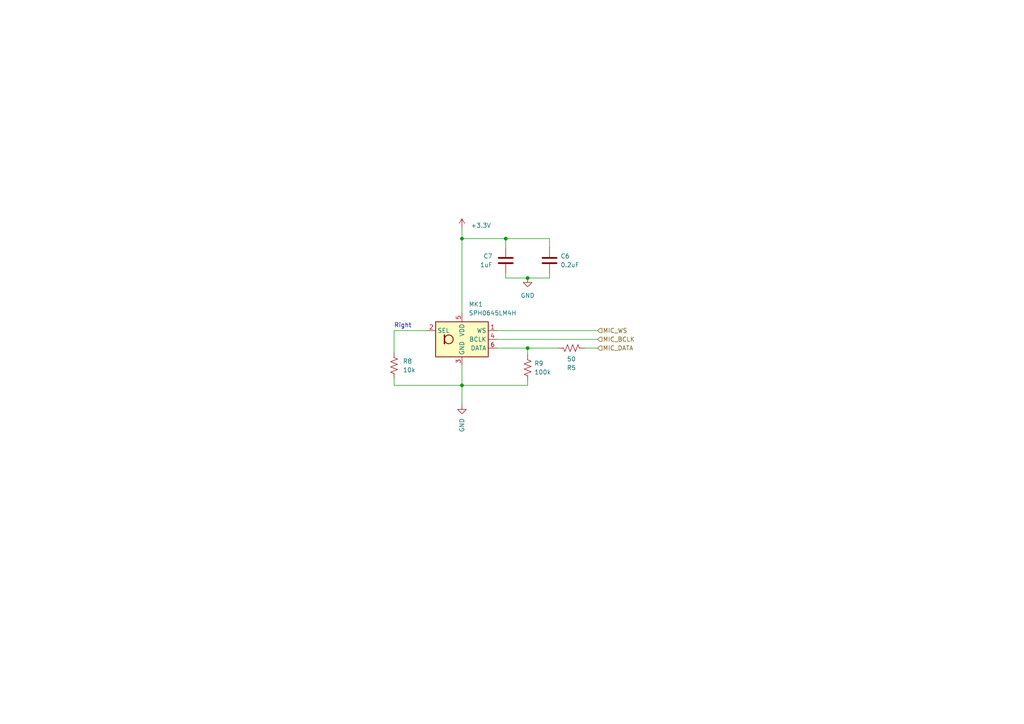
<source format=kicad_sch>
(kicad_sch (version 20230121) (generator eeschema)
  (paper "A4")
  (lib_symbols
    (symbol "Device:C" (pin_numbers hide) (pin_names (offset 0.254))
      (property "Reference" "C" (at 0.635 2.54 0))
      (property "Value" "C" (at 0.635 -2.54 0))
      (symbol "C_0_1"
        (polyline (pts (xy -2.032 -0.762) (xy 2.032 -0.762)) (stroke (width 0.508)))
        (polyline (pts (xy -2.032 0.762) (xy 2.032 0.762)) (stroke (width 0.508)))
      )
      (symbol "C_1_1"
        (pin passive line (at 0 3.81 270) (length 2.794) (name "~") (number "1"))
        (pin passive line (at 0 -3.81 90) (length 2.794) (name "~") (number "2"))
      )
    )
    (symbol "Device:R_US" (pin_numbers hide) (pin_names (offset 0))
      (property "Reference" "R" (at 2.54 0 90))
      (property "Value" "R_US" (at -2.54 0 90))
      (symbol "R_US_0_1"
        (polyline (pts (xy 0 -2.286) (xy 0 -2.54)))
        (polyline (pts (xy 0 2.286) (xy 0 2.54)))
        (polyline (pts (xy 0 -0.762) (xy 1.016 -1.143) (xy 0 -1.524) (xy -1.016 -1.905) (xy 0 -2.286)))
        (polyline (pts (xy 0 0.762) (xy 1.016 0.381) (xy 0 0) (xy -1.016 -0.381) (xy 0 -0.762)))
        (polyline (pts (xy 0 2.286) (xy 1.016 1.905) (xy 0 1.524) (xy -1.016 1.143) (xy 0 0.762)))
      )
      (symbol "R_US_1_1"
        (pin passive line (at 0 3.81 270) (length 1.27) (name "~") (number "1"))
        (pin passive line (at 0 -3.81 90) (length 1.27) (name "~") (number "2"))
      )
    )
    (symbol "Sensor_Audio:SPH0645LM4H"
      (property "Reference" "MK" (at -7.62 6.35 0))
      (property "Value" "SPH0645LM4H" (at 1.27 6.35 0))
      (symbol "SPH0645LM4H_1_1"
        (rectangle (start -7.62 5.08) (end 7.62 -5.08) (stroke (width 0.254)) (fill (type background)))
        (circle (center -3.81 0) (radius 1.27) (stroke (width 0.254)))
        (polyline (pts (xy -5.08 1.27) (xy -5.08 -1.27)) (stroke (width 0.381)))
        (pin input line (at 10.16 2.54 180) (length 2.54) (name "WS") (number "1"))
        (pin input line (at -10.16 2.54 0) (length 2.54) (name "SEL") (number "2"))
        (pin power_in line (at 0 -7.62 90) (length 2.54) (name "GND") (number "3"))
        (pin input line (at 10.16 0 180) (length 2.54) (name "BCLK") (number "4"))
        (pin power_in line (at 0 7.62 270) (length 2.54) (name "VDD") (number "5"))
        (pin output line (at 10.16 -2.54 180) (length 2.54) (name "DATA") (number "6"))
      )
    )
    (symbol "power:+3.3V" (power) (pin_names (offset 0))
      (property "Value" "+3.3V" (at 0 3.556 0))
      (symbol "+3.3V_0_1"
        (polyline (pts (xy -0.762 1.27) (xy 0 2.54)))
        (polyline (pts (xy 0 0) (xy 0 2.54)))
        (polyline (pts (xy 0 2.54) (xy 0.762 1.27)))
      )
      (symbol "+3.3V_1_1"
        (pin power_in line (at 0 0 90) (length 0) hide (name "+3.3V") (number "1"))
      )
    )
    (symbol "power:GND" (power) (pin_names (offset 0))
      (property "Value" "GND" (at 0 -3.81 0))
      (symbol "GND_0_1"
        (polyline (pts (xy 0 0) (xy 0 -1.27) (xy 1.27 -1.27) (xy 0 -2.54) (xy -1.27 -1.27) (xy 0 -1.27)))
      )
      (symbol "GND_1_1"
        (pin power_in line (at 0 0 270) (length 0) hide (name "GND") (number "1"))
      )
    )
  )
  (junction (at 146.685 69.215))
  (junction (at 133.985 111.76))
  (junction (at 133.985 69.215))
  (junction (at 153.035 100.965))
  (junction (at 153.035 80.645))
  (wire (pts (xy 114.3 95.885) (xy 114.3 102.235)))
  (wire (pts (xy 153.035 110.49) (xy 153.035 111.76)))
  (wire (pts (xy 114.3 111.76) (xy 114.3 109.855)))
  (wire (pts (xy 159.385 80.645) (xy 153.035 80.645)))
  (wire (pts (xy 133.985 69.215) (xy 146.685 69.215)))
  (wire (pts (xy 133.985 111.76) (xy 133.985 117.475)))
  (wire (pts (xy 123.825 95.885) (xy 114.3 95.885)))
  (wire (pts (xy 133.985 66.04) (xy 133.985 69.215)))
  (wire (pts (xy 153.035 100.965) (xy 161.925 100.965)))
  (wire (pts (xy 153.035 80.645) (xy 146.685 80.645)))
  (wire (pts (xy 144.145 95.885) (xy 173.355 95.885)))
  (wire (pts (xy 159.385 80.645) (xy 159.385 79.375)))
  (wire (pts (xy 153.035 100.965) (xy 153.035 102.87)))
  (wire (pts (xy 144.145 98.425) (xy 173.355 98.425)))
  (wire (pts (xy 146.685 80.645) (xy 146.685 79.375)))
  (wire (pts (xy 144.145 100.965) (xy 153.035 100.965)))
  (wire (pts (xy 114.3 111.76) (xy 133.985 111.76)))
  (wire (pts (xy 146.685 69.215) (xy 159.385 69.215)))
  (wire (pts (xy 153.035 111.76) (xy 133.985 111.76)))
  (wire (pts (xy 133.985 69.215) (xy 133.985 90.805)))
  (wire (pts (xy 133.985 106.045) (xy 133.985 111.76)))
  (wire (pts (xy 159.385 71.755) (xy 159.385 69.215)))
  (wire (pts (xy 169.545 100.965) (xy 173.355 100.965)))
  (wire (pts (xy 146.685 69.215) (xy 146.685 71.755)))
  (text "Right" (at 114.3 95.25 0) (effects (font (size 1.27 1.27)) (justify left bottom)))
  (hierarchical_label "MIC_WS" (shape input) (at 173.355 95.885 0))
  (hierarchical_label "MIC_BCLK" (shape input) (at 173.355 98.425 0))
  (hierarchical_label "MIC_DATA" (shape input) (at 173.355 100.965 0))
  (symbol (lib_id "power:GND") (at 133.985 117.475 0) (unit 1)
    (property "Reference" "#PWR015" (effects hide))
    (property "Value" "GND" (at 133.9851 121.285 90) (effects (justify right)))
    (instances (project "Combadge" (path "" (reference "#PWR015") (unit 1)) (path "" (reference "#PWR019") (unit 1))))
  )
  (symbol (lib_id "Device:R_US") (at 153.035 106.68 0) (unit 1)
    (property "Reference" "R9" (at 154.94 105.41 0) (effects (justify left)))
    (property "Value" "100k" (at 154.94 107.95 0) (effects (justify left)))
    (property "Footprint" "Resistor_SMD:R_1206_3216Metric_Pad1.30x1.75mm_HandSolder" (effects hide))
  )
  (symbol (lib_id "Device:C") (at 159.385 75.565 180) (unit 1)
    (property "Reference" "C6" (at 162.56 74.295 0) (effects (justify right)))
    (property "Value" "0.2uF" (at 162.56 76.835 0) (effects (justify right)))
    (property "Footprint" "Capacitor_SMD:C_1206_3216Metric_Pad1.33x1.80mm_HandSolder" (effects hide))
    (instances (project "Combadge" (path "" (reference "C6") (unit 1)) (path "" (reference "C8") (unit 1))))
  )
  (symbol (lib_id "power:GND") (at 153.035 80.645 0) (unit 1)
    (property "Reference" "#PWR013" (effects hide))
    (property "Value" "GND" (at 153.035 85.725 0))
    (instances (project "Combadge" (path "" (reference "#PWR013") (unit 1)) (path "" (reference "#PWR020") (unit 1))))
  )
  (symbol (lib_id "Device:R_US") (at 165.735 100.965 90) (mirror x) (unit 1)
    (property "Reference" "R5" (at 165.735 106.68 90))
    (property "Value" "50" (at 165.735 104.14 90))
    (property "Footprint" "Resistor_SMD:R_1206_3216Metric_Pad1.30x1.75mm_HandSolder" (effects hide))
    (instances (project "Combadge" (path "" (reference "R5") (unit 1)) (path "" (reference "R10") (unit 1))))
  )
  (symbol (lib_id "Device:C") (at 146.685 75.565 180) (unit 1)
    (property "Reference" "C7" (at 142.875 74.295 0) (effects (justify left)))
    (property "Value" "1uF" (at 142.875 76.835 0) (effects (justify left)))
    (property "Footprint" "Capacitor_SMD:C_1206_3216Metric_Pad1.33x1.80mm_HandSolder" (effects hide))
  )
  (symbol (lib_id "Sensor_Audio:SPH0645LM4H") (at 133.985 98.425 0) (unit 1)
    (property "Reference" "MK1" (at 135.9409 88.265 0) (effects (justify left)))
    (property "Value" "SPH0645LM4H" (at 135.9409 90.805 0) (effects (justify left)))
    (property "Footprint" "Sensor_Audio:Knowles_SPH0645LM4H-6_3.5x2.65mm" (effects hide))
    (property "Datasheet" "https://www.knowles.com/docs/default-source/default-document-library/sph0645lm4h-1-datasheet.pdf" (effects hide))
  )
  (symbol (lib_id "power:+3.3V") (at 133.985 66.04 0) (unit 1)
    (property "Reference" "#PWR014" (effects hide))
    (property "Value" "+3.3V" (at 136.525 65.405 0) (effects (justify left)))
    (instances (project "Combadge" (path "" (reference "#PWR014") (unit 1)) (path "" (reference "#PWR018") (unit 1))))
  )
  (symbol (lib_id "Device:R_US") (at 114.3 106.045 0) (unit 1)
    (property "Reference" "R8" (at 116.84 104.775 0) (effects (justify left)))
    (property "Value" "10k" (at 116.84 107.315 0) (effects (justify left)))
    (property "Footprint" "Resistor_SMD:R_1206_3216Metric_Pad1.30x1.75mm_HandSolder" (effects hide))
  )
)
</source>
